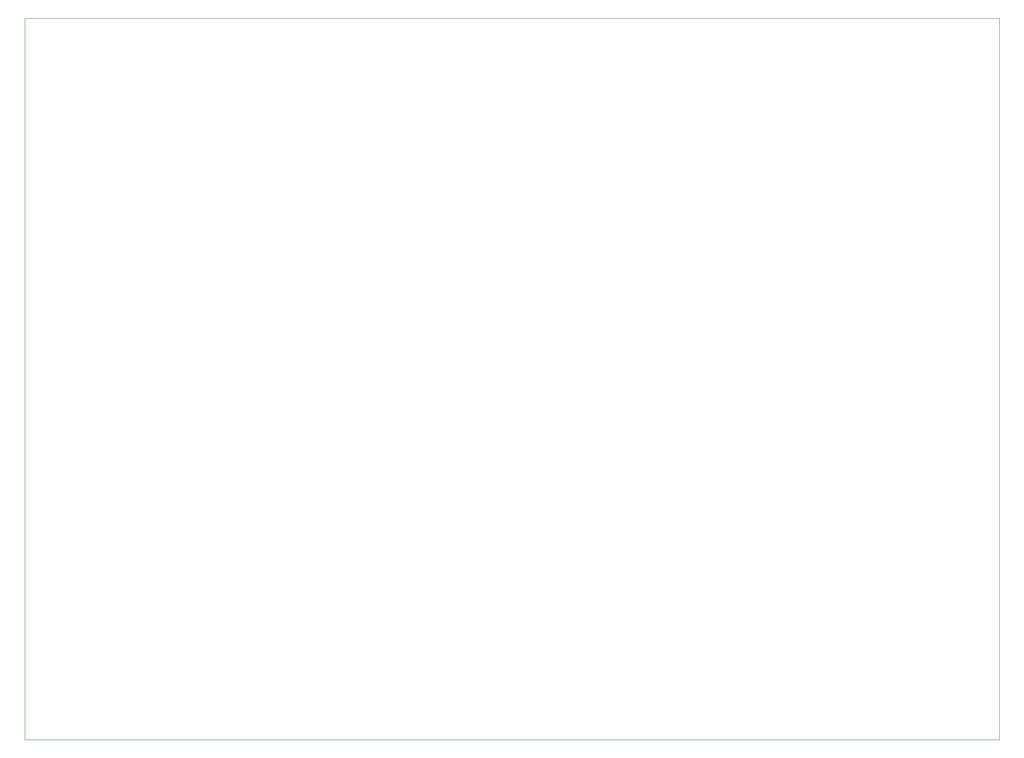
<source format=gbr>
%TF.GenerationSoftware,KiCad,Pcbnew,7.0.8*%
%TF.CreationDate,2024-02-09T15:44:37-05:00*%
%TF.ProjectId,classd-amp,636c6173-7364-42d6-916d-702e6b696361,rev?*%
%TF.SameCoordinates,Original*%
%TF.FileFunction,Profile,NP*%
%FSLAX46Y46*%
G04 Gerber Fmt 4.6, Leading zero omitted, Abs format (unit mm)*
G04 Created by KiCad (PCBNEW 7.0.8) date 2024-02-09 15:44:37*
%MOMM*%
%LPD*%
G01*
G04 APERTURE LIST*
%TA.AperFunction,Profile*%
%ADD10C,0.100000*%
%TD*%
G04 APERTURE END LIST*
D10*
X50038000Y-37894000D02*
X230086000Y-37894000D01*
X230086000Y-171148000D01*
X50038000Y-171148000D01*
X50038000Y-37894000D01*
M02*

</source>
